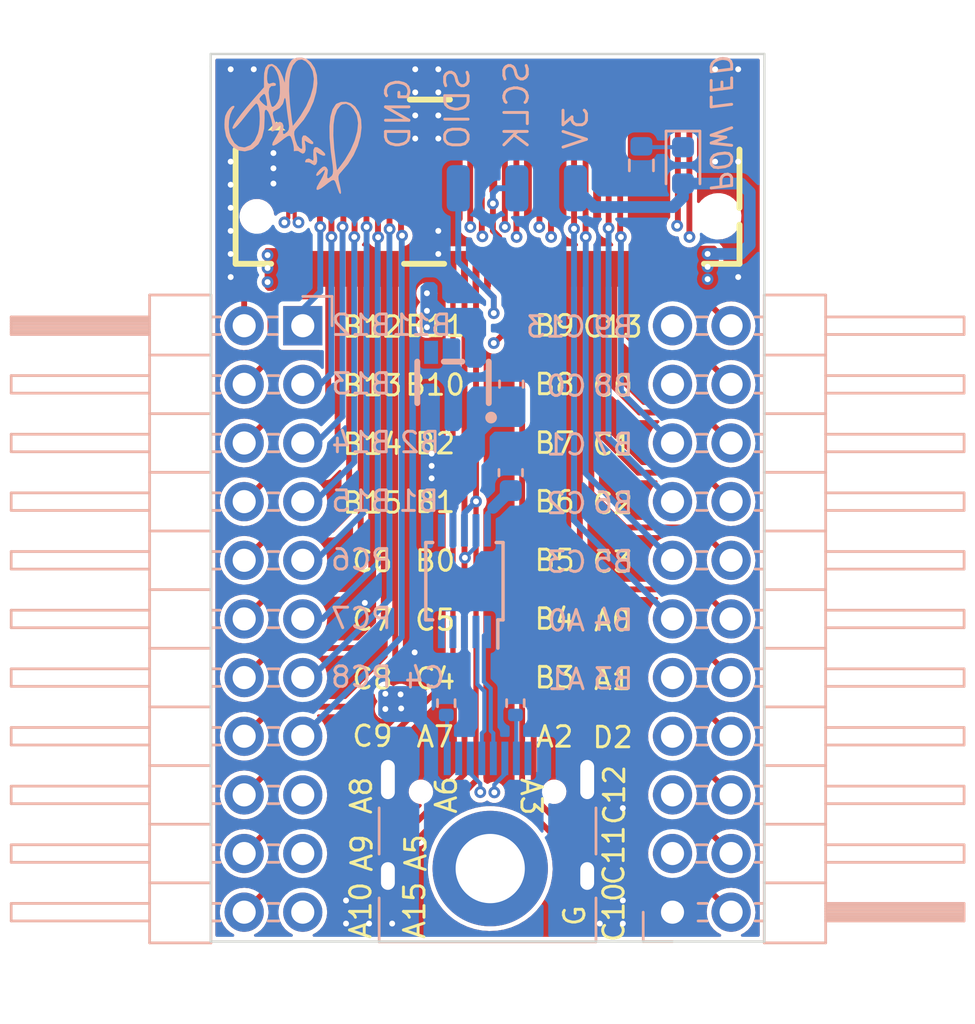
<source format=kicad_pcb>
(kicad_pcb (version 20211014) (generator pcbnew)
  (layers (0 "F.Cu" signal) (1 "In1.Cu" signal) (2 "In2.Cu" signal) (31 "B.Cu" signal) (34 "B.Paste" user) (35 "F.Paste" user) (36 "B.SilkS" user "底层丝印层") (37 "F.SilkS" user "顶层丝印层") (38 "B.Mask" user) (39 "F.Mask" user) (44 "Edge.Cuts" user))
  (net 0 "")
  (net 1 "Net-(C3-Pad2)")
  (net 2 "+3V3")
  (net 3 "/USB_D+")
  (net 4 "/USB_D-")
  (net 5 "/PB12")
  (net 6 "GND")
  (net 7 "/PB13")
  (net 8 "/PB11")
  (net 9 "/PB14")
  (net 10 "/PB10")
  (net 11 "/PB15")
  (net 12 "/PB2")
  (net 13 "/PC6")
  (net 14 "/PB1")
  (net 15 "/PC7")
  (net 16 "/PB0")
  (net 17 "/PC5")
  (net 18 "/PC8")
  (net 19 "/PC4")
  (net 20 "/PC9")
  (net 21 "/PA7")
  (net 22 "/PA8")
  (net 23 "/PA9")
  (net 24 "/PA6")
  (net 25 "/PA10")
  (net 26 "/PA5")
  (net 27 "/PA13{slash}SWDIO")
  (net 28 "/PA14{slash}SWCLK")
  (net 29 "/PA4")
  (net 30 "/PA15")
  (net 31 "/PA3")
  (net 32 "/PC10")
  (net 33 "/PC11")
  (net 34 "/PA2")
  (net 35 "/PC12")
  (net 36 "/PA1")
  (net 37 "/PD2")
  (net 38 "/PB3")
  (net 39 "/PA0")
  (net 40 "/PB4")
  (net 41 "/PC3")
  (net 42 "/PB5")
  (net 43 "/PB6")
  (net 44 "/PC2")
  (net 45 "/PB7")
  (net 46 "/PC1")
  (net 47 "/PB8")
  (net 48 "/PB9")
  (net 49 "/VBATIN")
  (net 50 "/PC0")
  (net 51 "/PC13")
  (net 52 "Net-(J3-PadA5)")
  (net 53 "/UD+")
  (net 54 "/UD-")
  (net 55 "Net-(J3-PadB5)")
  (net 62 "Net-(D1-Pad1)")
  (net 63 "VBUS")
  (footprint "kicad_lceda:CONN-SMD_APCI0108-P001A" (layer "F.Cu") (at 128.953062 55.981366)
    (fp_text reference "CN1" hide)
    (fp_text value "APCI0108-P001A" hide)
  )
  (footprint "LED_SMD:LED_0603_1608Metric" (layer "B.Cu") (at 137.425462 55.273966 -90)
    (fp_text reference "D1" hide)
    (fp_text value "LED" hide)
  )
  (footprint "Resistor_SMD:R_0402_1005Metric" (layer "B.Cu") (at 130.161062 78.565766 -90)
    (fp_text reference "R2" hide)
    (fp_text value "R" hide)
  )
  (footprint "Connector_Wire:SolderWirePad_1x01_SMD_1x2mm" (layer "B.Cu") (at 130.223061 56.264555)
    (fp_text reference "REF**1" hide)
    (fp_text value "SolderWirePad_1x01_SMD_1x2mm" hide)
  )
  (footprint "Resistor_SMD:R_0603_1608Metric" (layer "B.Cu") (at 135.622061 55.273967 -90)
    (fp_text reference "R1" hide)
    (fp_text value "1K" hide)
  )
  (footprint "Package_SO:MSOP-10_3x3mm_P0.5mm" (layer "B.Cu") (at 127.951262 73.282566 90)
    (fp_text reference "U1" hide)
    (fp_text value "CH340E" hide)
  )
  (footprint "Capacitor_SMD:C_0603_1608Metric" (layer "B.Cu") (at 129.957862 68.583568 -90)
    (fp_text reference "C3" hide)
    (fp_text value "10UF" hide)
  )
  (footprint "Capacitor_SMD:C_0603_1608Metric" (layer "B.Cu") (at 129.983262 64.748168 -90)
    (fp_text reference "C1" hide)
    (fp_text value "100NF" hide)
  )
  (footprint "Connector_PinHeader_2.54mm:PinHeader_2x11_P2.54mm_Horizontal" (layer "B.Cu") (at 120.943062 62.218366 180)
    (fp_text reference "J4" hide)
    (fp_text value "Conn_02x11_Top_Bottom" hide)
  )
  (footprint "kicad_lceda:SOT-23-5_L3.0-W1.7-P0.95-LS2.8-BR" (layer "B.Cu") (at 127.45596 64.671968 -90)
    (fp_text reference "U2" hide)
    (fp_text value "ME6217C33M5G" hide)
  )
  (footprint "Connector_Wire:SolderWirePad_1x01_SMD_1x2mm" (layer "B.Cu") (at 125.14306 56.264554)
    (fp_text reference "REF**3" hide)
    (fp_text value "SolderWirePad_1x01_SMD_1x2mm" hide)
  )
  (footprint "LOGO" (layer "B.Cu") (at 120.855836 54.149092 -45)
    (fp_text reference "G***" hide)
    (fp_text value "LOGO" hide)
  )
  (footprint "Connector_USB:USB_C_Receptacle_HRO_TYPE-C-31-M-12" (layer "B.Cu") (at 128.953062 85.002166 180)
    (fp_text reference "J3" hide)
    (fp_text value "USB_C_Receptacle_USB2.0" hide)
  )
  (footprint "Resistor_SMD:R_0402_1005Metric" (layer "B.Cu") (at 127.163861 78.565767 -90)
    (fp_text reference "R3" hide)
    (fp_text value "R" hide)
  )
  (footprint "Connector_PinHeader_2.54mm:PinHeader_2x11_P2.54mm_Horizontal" (layer "B.Cu") (at 136.970462 87.618368)
    (fp_text reference "J2" hide)
    (fp_text value "Conn_02x11_Top_Bottom" hide)
  )
  (footprint "Connector_Wire:SolderWirePad_1x01_SMD_1x2mm" (layer "B.Cu") (at 127.683063 56.264556)
    (fp_text reference "REF**2" hide)
    (fp_text value "SolderWirePad_1x01_SMD_1x2mm" hide)
  )
  (footprint "Connector_Wire:SolderWirePad_1x01_SMD_1x2mm" (layer "B.Cu") (at 132.763063 56.264555)
    (fp_text reference "REF**" hide)
    (fp_text value "SolderWirePad_1x01_SMD_1x2mm" hide)
  )
  (gr_line (start 140.953062 85.967368) (end 140.953062 80.981366) (layer "Edge.Cuts") (width 0.1))
  (gr_line (start 140.953062 50.447967) (end 116.953062 50.447967) (layer "Edge.Cuts") (width 0.1))
  (gr_line (start 116.95306 80.981366) (end 116.953061 85.967367) (layer "Edge.Cuts") (width 0.1))
  (gr_line (start 116.953062 50.981366) (end 116.953062 50.447967) (layer "Edge.Cuts") (width 0.1))
  (gr_line (start 140.953062 50.981368) (end 140.953062 50.447967) (layer "Edge.Cuts") (width 0.1))
  (gr_line (start 116.953063 88.888367) (end 140.953062 88.888367) (layer "Edge.Cuts") (width 0.1))
  (gr_line (start 116.953061 85.967367) (end 116.953063 88.888367) (layer "Edge.Cuts") (width 0.1))
  (gr_line (start 140.953062 50.981368) (end 140.953062 80.981366) (layer "Edge.Cuts") (width 0.1))
  (gr_line (start 140.953062 85.967368) (end 140.953062 88.888367) (layer "Edge.Cuts") (width 0.1))
  (gr_line (start 116.95306 80.981366) (end 116.953062 50.981366) (layer "Edge.Cuts") (width 0.1))
  (gr_text "C13\n" (at 131.913671 62.269167) (layer "B.SilkS") (effects (font (size 0.889 0.889) (thickness 0.127)) (justify mirror)))
  (gr_text "A1" (at 132.370863 77.534567) (layer "B.SilkS") (effects (font (size 0.889 0.889) (thickness 0.127)) (justify mirror)))
  (gr_text "B3" (at 134.402863 77.509167) (layer "B.SilkS") (effects (font (size 0.889 0.889) (thickness 0.127)) (justify mirror)))
  (gr_text "B11" (at 126.097063 62.192967) (layer "B.SilkS") (effects (font (size 0.889 0.889) (thickness 0.127)) (justify mirror)))
  (gr_text "B7" (at 134.402863 67.349167) (layer "B.SilkS") (effects (font (size 0.889 0.889) (thickness 0.127)) (justify mirror)))
  (gr_text "B14" (at 123.480855 67.272967) (layer "B.SilkS") (effects (font (size 0.889 0.889) (thickness 0.127)) (justify mirror)))
  (gr_text "C2" (at 132.370863 69.914567) (layer "B.SilkS") (effects (font (size 0.889 0.889) (thickness 0.127)) (justify mirror)))
  (gr_text "PC8" (at 123.480855 77.432967) (layer "B.SilkS") (effects (font (size 0.889 0.889) (thickness 0.127)) (justify mirror)))
  (gr_text "SDIO" (at 127.646457 52.8119 90) (layer "B.SilkS") (effects (font (size 1.016 1.016) (thickness 0.127)) (justify mirror)))
  (gr_text "PC7" (at 123.480855 74.892967) (layer "B.SilkS") (effects (font (size 0.889 0.889) (thickness 0.127)) (justify mirror)))
  (gr_text "A0" (at 132.370863 74.994567) (layer "B.SilkS") (effects (font (size 0.889 0.889) (thickness 0.127)) (justify mirror)))
  (gr_text "B15" (at 123.480855 69.812967) (layer "B.SilkS") (effects (font (size 0.889 0.889) (thickness 0.127)) (justify mirror)))
  (gr_text "B9" (at 134.402863 62.269167) (layer "B.SilkS") (effects (font (size 0.889 0.889) (thickness 0.127)) (justify mirror)))
  (gr_text "3V" (at 132.777263 53.658567 90) (layer "B.SilkS") (effects (font (size 1.016 1.016) (thickness 0.127)) (justify mirror)))
  (gr_text "B12" (at 123.480855 62.192967) (layer "B.SilkS") (effects (font (size 0.889 0.889) (thickness 0.127)) (justify mirror)))
  (gr_text "B8" (at 134.402863 64.809167) (layer "B.SilkS") (effects (font (size 0.889 0.889) (thickness 0.127)) (justify mirror)))
  (gr_text "C1" (at 132.370863 67.374567) (layer "B.SilkS") (effects (font (size 0.889 0.889) (thickness 0.127)) (justify mirror)))
  (gr_text "C4" (at 126.224055 77.458367) (layer "B.SilkS") (effects (font (size 0.889 0.889) (thickness 0.127)) (justify mirror)))
  (gr_text "B5" (at 134.402863 72.429167) (layer "B.SilkS") (effects (font (size 0.889 0.889) (thickness 0.127)) (justify mirror)))
  (gr_text "PC6" (at 123.480855 72.352967) (layer "B.SilkS") (effects (font (size 0.889 0.889) (thickness 0.127)) (justify mirror)))
  (gr_text "SCLK" (at 130.211859 52.666758 90) (layer "B.SilkS") (effects (font (size 1.016 1.016) (thickness 0.127)) (justify mirror)))
  (gr_text "C3" (at 132.370863 72.454567) (layer "B.SilkS") (effects (font (size 0.889 0.889) (thickness 0.127)) (justify mirror)))
  (gr_text "B2" (at 126.020855 67.272967) (layer "B.SilkS") (effects (font (size 0.889 0.889) (thickness 0.127)) (justify mirror)))
  (gr_text "B1" (at 125.970063 69.812967) (layer "B.SilkS") (effects (font (size 0.889 0.889) (thickness 0.127)) (justify mirror)))
  (gr_text "POW LED" (at 139.051062 53.495967 270) (layer "B.SilkS") (effects (font (size 0.889 0.889) (thickness 0.127) italic) (justify mirror)))
  (gr_text "GND" (at 125.081055 53.029615 90) (layer "B.SilkS") (effects (font (size 1.016 1.016) (thickness 0.127)) (justify mirror)))
  (gr_text "B6" (at 134.402863 69.889167) (layer "B.SilkS") (effects (font (size 0.889 0.889) (thickness 0.127)) (justify mirror)))
  (gr_text "B13" (at 123.480855 64.732967) (layer "B.SilkS") (effects (font (size 0.889 0.889) (thickness 0.127)) (justify mirror)))
  (gr_text "C0" (at 132.370863 64.834567) (layer "B.SilkS") (effects (font (size 0.889 0.889) (thickness 0.127)) (justify mirror)))
  (gr_text "B4" (at 134.402863 74.969167) (layer "B.SilkS") (effects (font (size 0.889 0.889) (thickness 0.127)) (justify mirror)))
  (gr_text "C10" (at 134.428263 87.618367 90) (layer "F.SilkS") (effects (font (size 0.889 0.889) (thickness 0.127))))
  (gr_text "B6" (at 131.862863 69.838367) (layer "F.SilkS") (effects (font (size 0.889 0.889) (thickness 0.127))))
  (gr_text "C3" (at 134.377463 72.454567) (layer "F.SilkS") (effects (font (size 0.889 0.889) (thickness 0.127))))
  (gr_text "D2" (at 134.377463 80.049167) (layer "F.SilkS") (effects (font (size 0.889 0.889) (thickness 0.127))))
  (gr_text "B12" (at 123.963463 62.269167) (layer "F.SilkS") (effects (font (size 0.889 0.889) (thickness 0.127))))
  (gr_text "B13" (at 123.963463 64.809167) (layer "F.SilkS") (effects (font (size 0.889 0.889) (thickness 0.127))))
  (gr_text "B4" (at 131.862863 74.918367) (layer "F.SilkS") (effects (font (size 0.889 0.889) (thickness 0.127))))
  (gr_text "A5" (at 125.843055 85.052967 90) (layer "F.SilkS") (effects (font (size 0.889 0.889) (thickness 0.127))))
  (gr_text "B8" (at 131.862863 64.758367) (layer "F.SilkS") (effects (font (size 0.889 0.889) (thickness 0.127))))
  (gr_text "B14" (at 123.963463 67.349167) (layer "F.SilkS") (effects (font (size 0.889 0.889) (thickness 0.127))))
  (gr_text "C1" (at 134.377463 67.374567) (layer "F.SilkS") (effects (font (size 0.889 0.889) (thickness 0.127))))
  (gr_text "B3" (at 131.862863 77.458367) (layer "F.SilkS") (effects (font (size 0.889 0.889) (thickness 0.127))))
  (gr_text "B7" (at 131.862863 67.298367) (layer "F.SilkS") (effects (font (size 0.889 0.889) (thickness 0.127))))
  (gr_text "A0" (at 134.377463 74.994567) (layer "F.SilkS") (effects (font (size 0.889 0.889) (thickness 0.127))))
  (gr_text "A6" (at 127.163863 82.538367 90) (layer "F.SilkS") (effects (font (size 0.889 0.889) (thickness 0.127))))
  (gr_text "B2" (at 126.681263 67.323767) (layer "F.SilkS") (effects (font (size 0.889 0.889) (thickness 0.127))))
  (gr_text "B10" (at 126.681263 64.783767) (layer "F.SilkS") (effects (font (size 0.889 0.889) (thickness 0.127))))
  (gr_text "C9\n\n" (at 123.963463 80.709567) (layer "F.SilkS") (effects (font (size 0.889 0.889) (thickness 0.127))))
  (gr_text "A7" (at 126.681263 80.023767) (layer "F.SilkS") (effects (font (size 0.889 0.889) (thickness 0.127))))
  (gr_text "B1" (at 126.681263 69.863767) (layer "F.SilkS") (effects (font (size 0.889 0.889) (thickness 0.127))))
  (gr_text "A1" (at 134.377463 77.534567) (layer "F.SilkS") (effects (font (size 0.889 0.889) (thickness 0.127))))
  (gr_text "C7" (at 123.963463 74.969167) (layer "F.SilkS") (effects (font (size 0.889 0.889) (thickness 0.127))))
  (gr_text "A8" (at 123.480863 82.563767 90) (layer "F.SilkS") (effects (font (size 0.889 0.889) (thickness 0.127))))
  (gr_text "C2" (at 134.377463 69.914567) (layer "F.SilkS") (effects (font (size 0.889 0.889) (thickness 0.127))))
  (gr_text "A10" (at 123.455463 87.542167 90) (layer "F.SilkS") (effects (font (size 0.889 0.889) (thickness 0.127))))
  (gr_text "A3" (at 130.846863 82.614567 270) (layer "F.SilkS") (effects (font (size 0.889 0.889) (thickness 0.127))))
  (gr_text "A15" (at 125.792255 87.542167 90) (layer "F.SilkS") (effects (font (size 0.889 0.889) (thickness 0.127))))
  (gr_text "A2" (at 131.862863 80.023767) (layer "F.SilkS") (effects (font (size 0.889 0.889) (thickness 0.127))))
  (gr_text "C8" (at 123.963463 77.509167) (layer "F.SilkS") (effects (font (size 0.889 0.889) (thickness 0.127))))
  (gr_text "C12" (at 134.453663 82.538367 90) (layer "F.SilkS") (effects (font (size 0.889 0.889) (thickness 0.127))))
  (gr_text "A9" (at 123.506263 85.052967 90) (layer "F.SilkS") (effects (font (size 0.889 0.889) (thickness 0.127))))
  (gr_text "C6" (at 123.963463 72.429167) (layer "F.SilkS") (effects (font (size 0.889 0.889) (thickness 0.127))))
  (gr_text "C4" (at 126.681263 77.509167) (layer "F.SilkS") (effects (font (size 0.889 0.889) (thickness 0.127))))
  (gr_text "B0" (at 126.681263 72.403767) (layer "F.SilkS") (effects (font (size 0.889 0.889) (thickness 0.127))))
  (gr_text "C11" (at 134.428263 85.154567 90) (layer "F.SilkS") (effects (font (size 0.889 0.889) (thickness 0.127))))
  (gr_text "G" (at 132.726463 87.770767 90) (layer "F.SilkS") (effects (font (size 0.889 0.889) (thickness 0.127))))
  (gr_text "B11" (at 126.681263 62.243767) (layer "F.SilkS") (effects (font (size 0.889 0.889) (thickness 0.127))))
  (gr_text "C13\n" (at 134.377463 62.269167) (layer "F.SilkS") (effects (font (size 0.889 0.889) (thickness 0.127))))
  (gr_text "C0" (at 134.377463 64.834567) (layer "F.SilkS") (effects (font (size 0.889 0.889) (thickness 0.127))))
  (gr_text "B9" (at 131.862863 62.218367) (layer "F.SilkS") (effects (font (size 0.889 0.889) (thickness 0.127))))
  (gr_text "C5" (at 126.681263 74.969167) (layer "F.SilkS") (effects (font (size 0.889 0.889) (thickness 0.127))))
  (gr_text "B5" (at 131.862863 72.378367) (layer "F.SilkS") (effects (font (size 0.889 0.889) (thickness 0.127))))
  (gr_text "B15" (at 123.963463 69.889167) (layer "F.SilkS") (effects (font (size 0.889 0.889) (thickness 0.127))))
  (via (at 129.068861 85.728567) (size 5) (drill 3) (layers "F.Cu" "B.Cu") (net 0))
  (segment (start 129.868662 69.434766) (end 129.957862 69.434767) (width 0.508) (layer "B.Cu") (net 1))
  (segment (start 129.195862 70.107566) (end 129.868662 69.434766) (width 0.508) (layer "B.Cu") (net 1))
  (segment (start 128.951262 71.082567) (end 128.95126 70.352166) (width 0.2032) (layer "B.Cu") (net 1))
  (segment (start 128.95126 70.352166) (end 129.195862 70.107566) (width 0.2032) (layer "B.Cu") (net 1))
  (via (at 138.492262 59.668166) (size 0.508) (drill 0.254) (layers "F.Cu" "B.Cu") (net 2))
  (via (at 126.325662 60.811167) (size 0.508) (drill 0.254) (layers "F.Cu" "B.Cu") (net 2))
  (via (at 138.492262 60.201566) (size 0.508) (drill 0.254) (layers "F.Cu" "B.Cu") (net 2))
  (via (at 119.416862 60.328566) (size 0.508) (drill 0.254) (layers "F.Cu" "B.Cu") (net 2))
  (via (at 126.32566 61.573166) (size 0.508) (drill 0.254) (layers "F.Cu" "B.Cu") (net 2))
  (via (at 119.41686 59.160166) (size 0.508) (drill 0.254) (layers "F.Cu" "B.Cu") (net 2))
  (via (at 119.416863 59.718967) (size 0.508) (drill 0.254) (layers "F.Cu" "B.Cu") (net 2))
  (via (at 126.325662 62.284366) (size 0.508) (drill 0.254) (layers "F.Cu" "B.Cu") (net 2))
  (via (at 138.492262 59.109366) (size 0.508) (drill 0.254) (layers "F.Cu" "B.Cu") (net 2))
  (segment (start 140.320797 58.704342) (end 140.320797 56.442101) (width 0.508) (layer "B.Cu") (net 2))
  (segment (start 139.915771 59.109366) (end 140.320797 58.704342) (width 0.508) (layer "B.Cu") (net 2))
  (segment (start 133.575853 57.077366) (end 132.763053 56.264566) (width 0.508) (layer "B.Cu") (net 2))
  (segment (start 136.993662 57.077366) (end 133.575853 57.077366) (width 0.508) (layer "B.Cu") (net 2))
  (segment (start 137.42546 56.061468) (end 137.425461 56.645567) (width 0.508) (layer "B.Cu") (net 2))
  (segment (start 138.492262 59.109366) (end 139.915771 59.109366) (width 0.508) (layer "B.Cu") (net 2))
  (segment (start 139.940162 56.061466) (end 137.42546 56.061468) (width 0.508) (layer "B.Cu") (net 2))
  (segment (start 140.320797 56.442101) (end 139.940162 56.061466) (width 0.508) (layer "B.Cu") (net 2))
  (segment (start 137.425461 56.645567) (end 136.993662 57.077366) (width 0.508) (layer "B.Cu") (net 2))
  (segment (start 120.313362 53.479367) (end 120.313362 57.542066) (width 0.1778) (layer "F.Cu") (net 3))
  (segment (start 120.313362 57.542066) (end 120.147866 57.707563) (width 0.1778) (layer "F.Cu") (net 3))
  (segment (start 120.202962 52.206467) (end 120.202961 53.368968) (width 0.1778) (layer "F.Cu") (net 3))
  (segment (start 120.147866 57.707563) (end 120.147864 57.744872) (width 0.1778) (layer "F.Cu") (net 3))
  (segment (start 120.202961 53.368968) (end 120.313362 53.479367) (width 0.1778) (layer "F.Cu") (net 3))
  (via (at 128.638497 82.41818) (size 0.508) (drill 0.254) (layers "F.Cu" "B.Cu") (net 3))
  (via (at 120.147864 57.744872) (size 0.508) (drill 0.254) (layers "F.Cu" "B.Cu") (net 3))
  (segment (start 128.638497 82.41818) (end 128.638497 82.047002) (width 0.1778) (layer "B.Cu") (net 3))
  (segment (start 128.203062 81.611566) (end 128.203062 80.957167) (width 0.1778) (layer "B.Cu") (net 3))
  (segment (start 128.638497 82.047002) (end 128.203062 81.611566) (width 0.1778) (layer "B.Cu") (net 3))
  (segment (start 120.592762 53.479367) (end 120.592761 57.580169) (width 0.1778) (layer "F.Cu") (net 4))
  (segment (start 120.703161 52.206467) (end 120.703161 53.368968) (width 0.1778) (layer "F.Cu") (net 4))
  (segment (start 120.592761 57.580169) (end 120.757465 57.744872) (width 0.1778) (layer "F.Cu") (net 4))
  (segment (start 120.703161 53.368968) (end 120.592762 53.479367) (width 0.1778) (layer "F.Cu") (net 4))
  (via (at 129.247469 82.430792) (size 0.508) (drill 0.254) (layers "F.Cu" "B.Cu") (net 4))
  (via (at 120.757465 57.744872) (size 0.508) (drill 0.254) (layers "F.Cu" "B.Cu") (net 4))
  (segment (start 129.247469 82.430792) (end 129.24747 82.09556) (width 0.1778) (layer "B.Cu") (net 4))
  (segment (start 129.24747 82.09556) (end 129.703061 81.639966) (width 0.1778) (layer "B.Cu") (net 4))
  (segment (start 129.703061 81.639966) (end 129.703061 80.957166) (width 0.1778) (layer "B.Cu") (net 4))
  (segment (start 120.953062 59.756366) (end 120.953062 58.725366) (width 0.254) (layer "F.Cu") (net 5))
  (segment (start 120.953062 58.725366) (end 120.752862 58.525166) (width 0.254) (layer "F.Cu") (net 5))
  (segment (start 118.604062 58.525166) (end 118.403062 58.726166) (width 0.254) (layer "F.Cu") (net 5))
  (segment (start 118.403062 58.726166) (end 118.403061 62.218366) (width 0.254) (layer "F.Cu") (net 5))
  (segment (start 120.752862 58.525166) (end 118.604062 58.525166) (width 0.254) (layer "F.Cu") (net 5))
  (via (at 119.670862 56.061366) (size 0.508) (drill 0.254) (layers "F.Cu" "B.Cu") (net 6))
  (via (at 138.818062 55.111167) (size 0.508) (drill 0.254) (layers "F.Cu" "B.Cu") (net 6))
  (via (at 117.818062 60.111167) (size 0.508) (drill 0.254) (layers "F.Cu" "B.Cu") (net 6))
  (via (at 126.818062 58.111167) (size 0.508) (drill 0.254) (layers "F.Cu" "B.Cu") (net 6))
  (via (at 133.818062 88.111167) (size 0.508) (drill 0.254) (layers "F.Cu" "B.Cu") (net 6))
  (via (at 126.818062 53.111167) (size 0.508) (drill 0.254) (layers "F.Cu" "B.Cu") (net 6))
  (via (at 134.818062 83.111167) (size 0.508) (drill 0.254) (layers "F.Cu" "B.Cu") (net 6))
  (via (at 139.818062 51.111167) (size 0.508) (drill 0.254) (layers "F.Cu" "B.Cu") (net 6))
  (via (at 134.818062 88.111167) (size 0.508) (drill 0.254) (layers "F.Cu" "B.Cu") (net 6))
  (via (at 124.818062 88.111167) (size 0.508) (drill 0.254) (layers "F.Cu" "B.Cu") (net 6))
  (via (at 117.818062 57.111167) (size 0.508) (drill 0.254) (layers "F.Cu" "B.Cu") (net 6))
  (via (at 125.818062 54.111167) (size 0.508) (drill 0.254) (layers "F.Cu" "B.Cu") (net 6))
  (via (at 139.818062 60.111167) (size 0.508) (drill 0.254) (layers "F.Cu" "B.Cu") (net 6))
  (via (at 123.818062 88.111167) (size 0.508) (drill 0.254) (layers "F.Cu" "B.Cu") (net 6))
  (via (at 122.818062 88.111167) (size 0.508) (drill 0.254) (layers "F.Cu" "B.Cu") (net 6))
  (via (at 119.67086 54.740567) (size 0.508) (drill 0.254) (layers "F.Cu" "B.Cu") (net 6))
  (via (at 139.818062 55.111167) (size 0.508) (drill 0.254) (layers "F.Cu" "B.Cu") (net 6))
  (via (at 126.818062 52.111167) (size 0.508) (drill 0.254) (layers "F.Cu" "B.Cu") (net 6))
  (via (at 126.818062 59.111167) (size 0.508) (drill 0.254) (layers "F.Cu" "B.Cu") (net 6))
  (via (at 117.818062 51.111167) (size 0.508) (drill 0.254) (layers "F.Cu" "B.Cu") (net 6))
  (via (at 125.792263 76.366167) (size 0.508) (drill 0.254) (layers "F.Cu" "B.Cu") (net 6))
  (via (at 117.818062 55.111167) (size 0.508) (drill 0.254) (layers "F.Cu" "B.Cu") (net 6))
  (via (at 117.818062 59.111167) (size 0.508) (drill 0.254) (layers "F.Cu" "B.Cu") (net 6))
  (via (at 134.818062 87.111167) (size 0.508) (drill 0.254) (layers "F.Cu" "B.Cu") (net 6))
  (via (at 117.818062 56.111167) (size 0.508) (drill 0.254) (layers "F.Cu" "B.Cu") (net 6))
  (via (at 123.633263 74.222367) (size 0.508) (drill 0.254) (layers "F.Cu" "B.Cu") (net 6))
  (via (at 117.818062 58.111167) (size 0.508) (drill 0.254) (layers "F.Cu" "B.Cu") (net 6))
  (via (at 125.818062 53.111167) (size 0.508) (drill 0.254) (layers "F.Cu" "B.Cu") (net 6))
  (via (at 126.818062 54.111167) (size 0.508) (drill 0.254) (layers "F.Cu" "B.Cu") (net 6))
  (via (at 126.818062 51.111167) (size 0.508) (drill 0.254) (layers "F.Cu" "B.Cu") (net 6))
  (via (at 138.818062 51.111167) (size 0.508) (drill 0.254) (layers "F.Cu" "B.Cu") (net 6))
  (via (at 125.818062 51.111167) (size 0.508) (drill 0.254) (layers "F.Cu" "B.Cu") (net 6))
  (via (at 118.818062 51.111167) (size 0.508) (drill 0.254) (layers "F.Cu" "B.Cu") (net 6))
  (via (at 119.67086 55.400968) (size 0.508) (drill 0.254) (layers "F.Cu" "B.Cu") (net 6))
  (via (at 122.818062 87.111167) (size 0.508) (drill 0.254) (layers "F.Cu" "B.Cu") (net 6))
  (via (at 125.818062 52.111167) (size 0.508) (drill 0.254) (layers "F.Cu" "B.Cu") (net 6))
  (segment (start 136.597462 87.618366) (end 136.970462 87.618368) (width 0.254) (layer "B.Cu") (net 6))
  (segment (start 119.543862 61.278566) (end 119.543862 63.617567) (width 0.254) (layer "F.Cu") (net 7))
  (segment (start 119.543862 63.617567) (end 118.40306 64.758368) (width 0.254) (layer "F.Cu") (net 7))
  (segment (start 121.453162 59.756366) (end 121.45316 60.688288) (width 0.254) (layer "F.Cu") (net 7))
  (segment (start 121.45316 60.688288) (end 121.193084 60.948366) (width 0.254) (layer "F.Cu") (net 7))
  (segment (start 119.874061 60.948367) (end 119.543862 61.278566) (width 0.254) (layer "F.Cu") (net 7))
  (segment (start 121.193084 60.948366) (end 119.874061 60.948367) (width 0.254) (layer "F.Cu") (net 7))
  (segment (start 121.686692 57.924796) (end 121.686692 52.222936) (width 0.254) (layer "F.Cu") (net 8))
  (segment (start 121.686692 52.222936) (end 121.703162 52.206466) (width 0.254) (layer "F.Cu") (net 8))
  (via (at 121.702861 57.940967) (size 0.508) (drill 0.254) (layers "F.Cu" "B.Cu") (net 8))
  (segment (start 121.702861 60.745167) (end 120.943062 61.504966) (width 0.254) (layer "B.Cu") (net 8))
  (segment (start 120.943062 61.504966) (end 120.943062 62.218366) (width 0.254) (layer "B.Cu") (net 8))
  (segment (start 121.702861 57.940967) (end 121.702861 60.745167) (width 0.254) (layer "B.Cu") (net 8))
  (segment (start 121.550463 66.104567) (end 119.594662 66.104567) (width 0.254) (layer "F.Cu") (net 9))
  (segment (start 119.594662 66.106766) (end 118.403061 67.298367) (width 0.254) (layer "F.Cu") (net 9))
  (segment (start 121.953061 59.756366) (end 122.046573 59.849878) (width 0.254) (layer "F.Cu") (net 9))
  (segment (start 122.046574 65.608456) (end 121.550463 66.104567) (width 0.254) (layer "F.Cu") (net 9))
  (segment (start 122.046573 59.849878) (end 122.046574 65.608456) (width 0.254) (layer "F.Cu") (net 9))
  (segment (start 119.594662 66.104567) (end 119.594662 66.106766) (width 0.254) (layer "F.Cu") (net 9))
  (segment (start 122.185949 58.372278) (end 122.18546 58.372766) (width 0.254) (layer "F.Cu") (net 10))
  (segment (start 122.185951 52.223477) (end 122.185949 58.372278) (width 0.254) (layer "F.Cu") (net 10))
  (segment (start 122.202962 52.206466) (end 122.185951 52.223477) (width 0.254) (layer "F.Cu") (net 10))
  (via (at 122.18546 58.372766) (size 0.508) (drill 0.254) (layers "F.Cu" "B.Cu") (net 10))
  (segment (start 122.18546 58.372766) (end 122.185461 64.275766) (width 0.254) (layer "B.Cu") (net 10))
  (segment (start 122.185461 64.275766) (end 121.70286 64.758368) (width 0.254) (layer "B.Cu") (net 10))
  (segment (start 121.70286 64.758368) (end 120.943061 64.758367) (width 0.254) (layer "B.Cu") (net 10))
  (segment (start 122.453162 59.756366) (end 122.453161 68.072067) (width 0.254) (layer "F.Cu") (net 11))
  (segment (start 121.956861 68.568366) (end 119.673062 68.568366) (width 0.254) (layer "F.Cu") (net 11))
  (segment (start 122.453161 68.072067) (end 121.956861 68.568366) (width 0.254) (layer "F.Cu") (net 11))
  (segment (start 119.673062 68.568366) (end 118.403062 69.838366) (width 0.254) (layer "F.Cu") (net 11))
  (segment (start 122.703162 52.206466) (end 122.70316 57.905866) (width 0.254) (layer "F.Cu") (net 12))
  (segment (start 122.70316 57.905866) (end 122.668062 57.940968) (width 0.254) (layer "F.Cu") (net 12))
  (via (at 122.668062 57.940968) (size 0.508) (drill 0.254) (layers "F.Cu" "B.Cu") (net 12))
  (segment (start 121.514863 67.298366) (end 120.943061 67.298367) (width 0.254) (layer "B.Cu") (net 12))
  (segment (start 122.668297 66.144932) (end 121.514863 67.298366) (width 0.254) (layer "B.Cu") (net 12))
  (segment (start 122.668062 57.940968) (end 122.667571 57.941455) (width 0.254) (layer "B.Cu") (net 12))
  (segment (start 122.667572 66.144208) (end 122.668297 66.144932) (width 0.254) (layer "B.Cu") (net 12))
  (segment (start 122.667571 57.941455) (end 122.667572 66.144208) (width 0.254) (layer "B.Cu") (net 12))
  (segment (start 122.95306 59.756367) (end 122.953062 70.315366) (width 0.254) (layer "F.Cu") (net 13))
  (segment (start 122.953062 70.315366) (end 122.210861 71.057567) (width 0.254) (layer "F.Cu") (net 13))
  (segment (start 122.210861 71.057567) (end 119.723861 71.057566) (width 0.254) (layer "F.Cu") (net 13))
  (segment (start 119.723861 71.057566) (end 118.403062 72.378366) (width 0.254) (layer "F.Cu") (net 13))
  (segment (start 123.187951 58.360877) (end 123.17606 58.372766) (width 0.254) (layer "F.Cu") (net 14))
  (segment (start 123.187951 52.221477) (end 123.187951 58.360877) (width 0.254) (layer "F.Cu") (net 14))
  (segment (start 123.202962 52.206466) (end 123.187951 52.221477) (width 0.254) (layer "F.Cu") (net 14))
  (via (at 123.17606 58.372766) (size 0.508) (drill 0.254) (layers "F.Cu" "B.Cu") (net 14))
  (segment (start 123.17606 58.372766) (end 123.176062 68.126367) (width 0.254) (layer "B.Cu") (net 14))
  (segment (start 121.464063 69.838367) (end 120.94306 69.838366) (width 0.254) (layer "B.Cu") (net 14))
  (segment (start 123.176062 68.126367) (end 121.464063 69.838367) (width 0.254) (layer "B.Cu") (net 14))
  (segment (start 123.453161 72.914066) (end 122.744261 73.622966) (width 0.254) (layer "F.Cu") (net 15))
  (segment (start 123.453162 59.756367) (end 123.453161 72.914066) (width 0.254) (layer "F.Cu") (net 15))
  (segment (start 122.744261 73.622966) (end 119.698461 73.622966) (width 0.254) (layer "F.Cu") (net 15))
  (segment (start 119.698461 73.622966) (end 118.403062 74.918367) (width 0.254) (layer "F.Cu") (net 15))
  (segment (start 123.703062 52.206468) (end 123.703061 57.934567) (width 0.254) (layer "F.Cu") (net 16))
  (segment (start 123.703061 57.934567) (end 123.709462 57.940968) (width 0.254) (layer "F.Cu") (net 16))
  (via (at 123.709462 57.940968) (size 0.508) (drill 0.254) (layers "F.Cu" "B.Cu") (net 16))
  (segment (start 121.514862 72.378367) (end 120.943063 72.378367) (width 0.254) (layer "B.Cu") (net 16))
  (segment (start 123.709462 57.940968) (end 123.709462 70.183767) (width 0.254) (layer "B.Cu") (net 16))
  (segment (start 123.709462 70.183767) (end 121.514862 72.378367) (width 0.254) (layer "B.Cu") (net 16))
  (segment (start 124.209695 58.385595) (end 124.202961 58.378859) (width 0.1778) (layer "F.Cu") (net 17))
  (segment (start 124.202961 58.378859) (end 124.202962 52.206467) (width 0.254) (layer "F.Cu") (net 17))
  (via (at 124.209695 58.385595) (size 0.508) (drill 0.254) (layers "F.Cu" "B.Cu") (net 17))
  (segment (start 124.209695 58.385595) (end 124.192061 58.403228) (width 0.254) (layer "B.Cu") (net 17))
  (segment (start 121.794262 74.918366) (end 120.943062 74.918366) (width 0.254) (layer "B.Cu") (net 17))
  (segment (start 124.19206 72.520567) (end 121.794262 74.918366) (width 0.254) (layer "B.Cu") (net 17))
  (segment (start 124.192061 58.403228) (end 124.19206 72.520567) (width 0.254) (layer "B.Cu") (net 17))
  (segment (start 123.491063 76.178167) (end 124.453162 75.216067) (width 0.254) (layer "F.Cu") (net 18))
  (segment (start 119.683262 76.178167) (end 123.491063 76.178167) (width 0.254) (layer "F.Cu") (net 18))
  (segment (start 124.453162 75.216067) (end 124.45316 59.756366) (width 0.254) (layer "F.Cu") (net 18))
  (segment (start 118.403061 77.458367) (end 119.683262 76.178167) (width 0.254) (layer "F.Cu") (net 18))
  (segment (start 124.703061 58.029792) (end 124.703062 52.206466) (width 0.254) (layer "F.Cu") (net 19))
  (segment (start 124.706611 58.033342) (end 124.703061 58.029792) (width 0.254) (layer "F.Cu") (net 19))
  (via (at 124.706611 58.033342) (size 0.508) (drill 0.254) (layers "F.Cu" "B.Cu") (net 19))
  (segment (start 124.700063 74.069969) (end 121.311663 77.458367) (width 0.254) (layer "B.Cu") (net 19))
  (segment (start 121.286262 77.458367) (end 120.943062 77.458367) (width 0.254) (layer "B.Cu") (net 19))
  (segment (start 124.700063 58.039891) (end 124.700063 74.069969) (width 0.254) (layer "B.Cu") (net 19))
  (segment (start 121.311663 77.458367) (end 120.943062 77.458367) (width 0.254) (layer "B.Cu") (net 19))
  (segment (start 124.706611 58.033342) (end 124.700063 58.039891) (width 0.254) (layer "B.Cu") (net 19))
  (segment (start 124.953062 76.712567) (end 122.947462 78.718168) (width 0.254) (layer "F.Cu") (net 20))
  (segment (start 122.947462 78.718168) (end 119.683262 78.718168) (width 0.254) (layer "F.Cu") (net 20))
  (segment (start 119.683262 78.718168) (end 118.403062 79.998366) (width 0.254) (layer "F.Cu") (net 20))
  (segment (start 124.953062 59.756367) (end 124.953062 76.712567) (width 0.254) (layer "F.Cu") (net 20))
  (segment (start 125.202963 58.273072) (end 125.202963 52.206468) (width 0.254) (layer "F.Cu") (net 21))
  (segment (start 125.246066 58.316175) (end 125.202963 58.273072) (width 0.254) (layer "F.Cu") (net 21))
  (via (at 125.246066 58.316175) (size 0.508) (drill 0.254) (layers "F.Cu" "B.Cu") (net 21))
  (segment (start 125.246066 58.316175) (end 125.23346 58.328779) (width 0.254) (layer "B.Cu") (net 21))
  (segment (start 125.23346 58.328779) (end 125.23346 75.695566) (width 0.254) (layer "B.Cu") (net 21))
  (segment (start 120.943061 79.985967) (end 120.94306 79.998366) (width 0.254) (layer "B.Cu") (net 21))
  (segment (start 125.23346 75.695566) (end 120.943061 79.985967) (width 0.254) (layer "B.Cu") (net 21))
  (segment (start 119.698461 81.242966) (end 118.403062 82.538366) (width 0.254) (layer "F.Cu") (net 22))
  (segment (start 127.453161 59.75637) (end 127.453161 77.321461) (width 0.2286) (layer "F.Cu") (net 22))
  (segment (start 127.453162 77.321468) (end 123.531663 81.242967) (width 0.254) (layer "F.Cu") (net 22))
  (segment (start 123.531663 81.242967) (end 119.698461 81.242966) (width 0.254) (layer "F.Cu") (net 22))
  (segment (start 127.953062 81.637366) (end 125.792262 83.798167) (width 0.254) (layer "F.Cu") (net 23))
  (segment (start 119.683263 83.798167) (end 118.403061 85.078366) (width 0.254) (layer "F.Cu") (net 23))
  (segment (start 127.971063 72.266567) (end 127.953063 72.248567) (width 0.254) (layer "F.Cu") (net 23))
  (segment (start 127.953063 72.248567) (end 127.95306 59.756366) (width 0.254) (layer "F.Cu") (net 23))
  (segment (start 127.953063 72.284567) (end 127.953062 81.637366) (width 0.254) (layer "F.Cu") (net 23))
  (segment (start 127.971063 72.266567) (end 127.953063 72.284567) (width 0.254) (layer "F.Cu") (net 23))
  (segment (start 125.792262 83.798167) (end 119.683263 83.798167) (width 0.254) (layer "F.Cu") (net 23))
  (via (at 127.971063 72.266567) (size 0.508) (drill 0.254) (layers "F.Cu" "B.Cu") (net 23))
  (segment (start 127.971063 72.266567) (end 128.451262 71.786368) (width 0.1778) (layer "B.Cu") (net 23))
  (segment (start 128.451262 71.786368) (end 128.451263 71.082567) (width 0.1778) (layer "B.Cu") (net 23))
  (segment (start 128.20296 57.938666) (end 128.205262 57.940968) (width 0.254) (layer "F.Cu") (net 24))
  (segment (start 128.202962 52.206466) (end 128.20296 57.938666) (width 0.254) (layer "F.Cu") (net 24))
  (via (at 128.205262 57.940968) (size 0.508) (drill 0.254) (layers "F.Cu" "B.Cu") (net 24))
  (segment (start 122.200662 86.348366) (end 119.673062 86.348367) (width 0.254) (layer "F.Cu") (net 25))
  (segment (start 128.156387 82.221442) (end 125.94466 84.433168) (width 0.254) (layer "F.Cu") (net 25))
  (segment (start 128.453163 81.924667) (end 128.44176 81.936069) (width 0.254) (layer "F.Cu") (net 25))
  (segment (start 119.673062 86.348367) (end 118.40306 87.618368) (width 0.254) (layer "F.Cu") (net 25))
  (segment (start 128.453159 69.828156) (end 128.453159 81.924677) (width 0.2286) (layer "F.Cu") (net 25))
  (segment (start 128.453161 59.756366) (end 128.453162 69.828168) (width 0.254) (layer "F.Cu") (net 25))
  (segment (start 125.94466 84.433168) (end 124.115862 84.433167) (width 0.254) (layer "F.Cu") (net 25))
  (segment (start 124.115862 84.433167) (end 122.200662 86.348366) (width 0.254) (layer "F.Cu") (net 25))
  (segment (start 128.438801 81.936069) (end 128.156388 82.218482) (width 0.254) (layer "F.Cu") (net 25))
  (segment (start 128.44176 81.936069) (end 128.438801 81.936069) (width 0.254) (layer "F.Cu") (net 25))
  (segment (start 128.156388 82.218482) (end 128.156387 82.221442) (width 0.254) (layer "F.Cu") (net 25))
  (via (at 128.453162 69.828168) (size 0.508) (drill 0.254) (layers "F.Cu" "B.Cu") (net 25))
  (segment (start 127.951262 70.330067) (end 127.95126 71.082567) (width 0.254) (layer "B.Cu") (net 25))
  (segment (start 128.453162 69.828168) (end 127.951262 70.330067) (width 0.254) (layer "B.Cu") (net 25))
  (segment (start 128.703062 58.311766) (end 128.703062 52.206466) (width 0.254) (layer "F.Cu") (net 26))
  (segment (start 128.738662 58.347366) (end 128.703062 58.311766) (width 0.254) (layer "F.Cu") (net 26))
  (via (at 128.729423 58.347367) (size 0.508) (drill 0.254) (layers "F.Cu" "B.Cu") (net 26))
  (segment (start 128.953062 59.756366) (end 128.953061 60.720767) (width 0.254) (layer "F.Cu") (net 27))
  (segment (start 129.221751 60.989457) (end 129.221752 61.674769) (width 0.254) (layer "F.Cu") (net 27))
  (segment (start 128.953061 60.720767) (end 129.221751 60.989457) (width 0.254) (layer "F.Cu") (net 27))
  (via (at 129.221752 61.674769) (size 0.508) (drill 0.254) (layers "F.Cu" "B.Cu") (net 27))
  (segment (start 127.683052 59.450758) (end 127.683052 56.264566) (width 0.254) (layer "B.Cu") (net 27))
  (segment (start 129.221752 61.674769) (end 129.221751 60.989457) (width 0.254) (layer "B.Cu") (net 27))
  (segment (start 129.221751 60.989457) (end 127.683052 59.450758) (width 0.254) (layer "B.Cu") (net 27))
  (segment (start 129.185162 56.924967) (end 129.185162 58.104075) (width 0.254) (layer "F.Cu") (net 28))
  (segment (start 129.185162 58.104075) (end 129.453161 58.372075) (width 0.254) (layer "F.Cu") (net 28))
  (segment (start 129.453161 58.372075) (end 129.45316 59.756366) (width 0.254) (layer "F.Cu") (net 28))
  (via (at 129.185162 56.924967) (size 0.508) (drill 0.254) (layers "F.Cu" "B.Cu") (net 28))
  (segment (start 129.399063 56.264566) (end 130.223053 56.264566) (width 0.254) (layer "B.Cu") (net 28))
  (segment (start 129.185162 56.478466) (end 129.399063 56.264566) (width 0.254) (layer "B.Cu") (net 28))
  (segment (start 129.185162 56.924967) (end 129.185162 56.478466) (width 0.254) (layer "B.Cu") (net 28))
  (segment (start 129.703061 57.940167) (end 129.703861 57.940967) (width 0.254) (layer "F.Cu") (net 29))
  (segment (start 129.703061 52.206467) (end 129.703061 57.940167) (width 0.254) (layer "F.Cu") (net 29))
  (via (at 129.703861 57.940967) (size 0.508) (drill 0.254) (layers "F.Cu" "B.Cu") (net 29))
  (segment (start 129.953062 59.756366) (end 129.953061 62.263767) (width 0.254) (layer "F.Cu") (net 30))
  (segment (start 129.246662 62.970166) (end 129.221763 62.970167) (width 0.254) (layer "F.Cu") (net 30))
  (segment (start 129.953061 62.263767) (end 129.246662 62.970166) (width 0.254) (layer "F.Cu") (net 30))
  (via (at 129.221763 62.970167) (size 0.508) (drill 0.254) (layers "F.Cu" "B.Cu") (net 30))
  (segment (start 130.202962 58.338467) (end 130.202961 52.206467) (width 0.254) (layer "F.Cu") (net 31))
  (segment (start 130.211862 58.347367) (end 130.202962 58.338467) (width 0.254) (layer "F.Cu") (net 31))
  (via (at 130.211862 58.372766) (size 0.508) (drill 0.254) (layers "F.Cu" "B.Cu") (net 31))
  (segment (start 130.453162 82.929867) (end 132.068262 84.544966) (width 0.254) (layer "F.Cu") (net 32))
  (segment (start 138.230262 86.338166) (end 139.51046 87.618366) (width 0.254) (layer "F.Cu") (net 32))
  (segment (start 132.068262 84.544966) (end 134.19966 84.544968) (width 0.254) (layer "F.Cu") (net 32))
  (segment (start 130.453162 59.756367) (end 130.453162 82.929867) (width 0.254) (layer "F.Cu") (net 32))
  (segment (start 134.19966 84.544968) (end 135.992862 86.338168) (width 0.254) (layer "F.Cu") (net 32))
  (segment (start 135.992862 86.338168) (end 138.230262 86.338166) (width 0.254) (layer "F.Cu") (net 32))
  (segment (start 132.182861 83.874367) (end 138.306462 83.874368) (width 0.254) (layer "F.Cu") (net 33))
  (segment (start 138.306462 83.874368) (end 139.51046 85.078366) (width 0.254) (layer "F.Cu") (net 33))
  (segment (start 130.953061 59.756366) (end 130.953062 82.644566) (width 0.254) (layer "F.Cu") (net 33))
  (segment (start 130.953062 82.644566) (end 132.182861 83.874367) (width 0.254) (layer "F.Cu") (net 33))
  (segment (start 131.202962 57.933566) (end 131.19556 57.940967) (width 0.254) (layer "F.Cu") (net 34))
  (segment (start 131.202962 52.206466) (end 131.202962 57.933566) (width 0.254) (layer "F.Cu") (net 34))
  (via (at 131.19556 57.940967) (size 0.508) (drill 0.254) (layers "F.Cu" "B.Cu") (net 34))
  (segment (start 134.987063 81.293767) (end 138.265862 81.293767) (width 0.254) (layer "F.Cu") (net 35))
  (segment (start 131.453162 77.759866) (end 134.987063 81.293767) (width 0.254) (layer "F.Cu") (net 35))
  (segment (start 131.453162 59.756366) (end 131.453162 77.759866) (width 0.254) (layer "F.Cu") (net 35))
  (segment (start 138.265862 81.293767) (end 139.510461 82.538367) (width 0.254) (layer "F.Cu") (net 35))
  (segment (start 131.710462 58.347366) (end 131.703062 58.339966) (width 0.254) (layer "F.Cu") (net 36))
  (segment (start 131.703062 58.339966) (end 131.70306 52.206466) (width 0.254) (layer "F.Cu") (net 36))
  (via (at 131.710461 58.372767) (size 0.508) (drill 0.254) (layers "F.Cu" "B.Cu") (net 36))
  (segment (start 138.204862 78.692767) (end 139.510462 79.998366) (width 0.254) (layer "F.Cu") (net 37))
  (segment (start 131.953061 76.938966) (end 133.706861 78.692767) (width 0.254) (layer "F.Cu") (net 37))
  (segment (start 131.953063 59.756368) (end 131.953061 76.938966) (width 0.254) (layer "F.Cu") (net 37))
  (segment (start 133.706861 78.692767) (end 138.204862 78.692767) (width 0.254) (layer "F.Cu") (net 37))
  (segment (start 132.453162 59.756367) (end 132.453162 75.483266) (width 0.254) (layer "F.Cu") (net 38))
  (segment (start 133.148062 76.178166) (end 138.230262 76.178166) (width 0.254) (layer "F.Cu") (net 38))
  (segment (start 138.230262 76.178166) (end 139.510463 77.458367) (width 0.254) (layer "F.Cu") (net 38))
  (segment (start 132.453162 75.483266) (end 133.148062 76.178166) (width 0.254) (layer "F.Cu") (net 38))
  (segment (start 132.703062 57.964366) (end 132.703062 52.206466) (width 0.254) (layer "F.Cu") (net 39))
  (via (at 132.701062 58.017167) (size 0.508) (drill 0.254) (layers "F.Cu" "B.Cu") (net 39))
  (segment (start 132.701062 58.017167) (end 132.701063 70.648967) (width 0.254) (layer "B.Cu") (net 39))
  (segment (start 132.874862 70.822767) (end 136.970462 74.918368) (width 0.254) (layer "B.Cu") (net 39))
  (segment (start 132.695462 70.643366) (end 132.874862 70.822767) (width 0.254) (layer "B.Cu") (net 39))
  (segment (start 132.701063 70.648967) (end 132.874862 70.822767) (width 0.254) (layer "B.Cu") (net 39))
  (segment (start 132.95306 59.756366) (end 132.95306 72.401766) (width 0.254) (layer "F.Cu") (net 40))
  (segment (start 134.189462 73.638166) (end 138.230262 73.638166) (width 0.254) (layer "F.Cu") (net 40))
  (segment (start 132.95306 72.401766) (end 134.189462 73.638166) (width 0.254) (layer "F.Cu") (net 40))
  (segment (start 138.230262 73.638166) (end 139.51046 74.918366) (width 0.254) (layer "F.Cu") (net 40))
  (segment (start 133.202961 58.366667) (end 133.209062 58.372767) (width 0.254) (layer "F.Cu") (net 41))
  (segment (start 133.202961 52.206467) (end 133.202961 58.366667) (width 0.254) (layer "F.Cu") (net 41))
  (via (at 133.209062 58.372767) (size 0.508) (drill 0.254) (layers "F.Cu" "B.Cu") (net 41))
  (segment (start 133.209061 68.616967) (end 136.970461 72.378367) (width 0.254) (layer "B.Cu") (net 41))
  (segment (start 133.209062 58.372767) (end 133.209061 68.616967) (width 0.254) (layer "B.Cu") (net 41))
  (segment (start 133.45316 69.472866) (end 134.936262 70.955968) (width 0.254) (layer "F.Cu") (net 42))
  (segment (start 138.08806 70.955968) (end 139.510461 72.378369) (width 0.254) (layer "F.Cu") (net 42))
  (segment (start 133.45316 59.756366) (end 133.45316 69.472866) (width 0.254) (layer "F.Cu") (net 42))
  (segment (start 134.936262 70.955968) (end 138.08806 70.955968) (width 0.254) (layer "F.Cu") (net 42))
  (segment (start 133.953061 67.051767) (end 135.484862 68.583566) (width 0.254) (layer "F.Cu") (net 43))
  (segment (start 135.484862 68.583566) (end 138.255661 68.583566) (width 0.254) (layer "F.Cu") (net 43))
  (segment (start 133.953062 59.756368) (end 133.953061 67.051767) (width 0.254) (layer "F.Cu") (net 43))
  (segment (start 138.255661 68.583566) (end 139.510461 69.838367) (width 0.254) (layer "F.Cu") (net 43))
  (segment (start 134.202961 52.212087) (end 134.200152 52.209278) (width 0.254) (layer "F.Cu") (net 44))
  (segment (start 134.202961 57.963066) (end 134.202961 52.212087) (width 0.254) (layer "F.Cu") (net 44))
  (via (at 134.199662 57.991767) (size 0.508) (drill 0.254) (layers "F.Cu" "B.Cu") (net 44))
  (segment (start 134.19966 57.991769) (end 134.19966 67.067568) (width 0.254) (layer "B.Cu") (net 44))
  (segment (start 134.19966 67.067568) (end 136.970462 69.838368) (width 0.254) (layer "B.Cu") (net 44))
  (segment (start 134.199662 57.991767) (end 134.19966 57.991769) (width 0.254) (layer "B.Cu") (net 44))
  (segment (start 134.453162 64.884866) (end 135.545861 65.977566) (width 0.254) (layer "F.Cu") (net 45))
  (segment (start 134.453162 59.756366) (end 134.453162 64.884866) (width 0.254) (layer "F.Cu") (net 45))
  (segment (start 135.545861 65.977566) (end 138.189662 65.977566) (width 0.254) (layer "F.Cu") (net 45))
  (segment (start 138.189662 65.977566) (end 139.510461 67.298367) (width 0.254) (layer "F.Cu") (net 45))
  (segment (start 134.703062 52.206467) (end 134.703061 58.342767) (width 0.254) (layer "F.Cu") (net 46))
  (segment (start 134.703061 58.342767) (end 134.73306 58.372766) (width 0.254) (layer "F.Cu") (net 46))
  (via (at 134.73306 58.372766) (size 0.508) (drill 0.254) (layers "F.Cu" "B.Cu") (net 46))
  (segment (start 134.733061 65.060967) (end 136.970462 67.298367) (width 0.254) (layer "B.Cu") (net 46))
  (segment (start 134.73306 58.372766) (end 134.733061 65.060967) (width 0.254) (layer "B.Cu") (net 46))
  (segment (start 134.95306 62.590766) (end 135.865861 63.503567) (width 0.254) (layer "F.Cu") (net 47))
  (segment (start 134.953062 59.756366) (end 134.95306 62.590766) (width 0.254) (layer "F.Cu") (net 47))
  (segment (start 135.865861 63.503567) (end 138.255662 63.503566) (width 0.254) (layer "F.Cu") (net 47))
  (segment (start 138.255662 63.503566) (end 139.51046 64.758366) (width 0.254) (layer "F.Cu") (net 47))
  (segment (start 135.453162 59.756366) (end 135.453163 60.762967) (width 0.254) (layer "F.Cu") (net 48))
  (segment (start 135.453163 60.762967) (end 135.69826 61.008066) (width 0.254) (layer "F.Cu") (net 48))
  (segment (start 138.300162 61.008068) (end 139.51046 62.218366) (width 0.254) (layer "F.Cu") (net 48))
  (segment (start 135.69826 61.008066) (end 138.300162 61.008068) (width 0.254) (layer "F.Cu") (net 48))
  (segment (start 137.202962 57.858666) (end 137.202962 52.206466) (width 0.254) (layer "F.Cu") (net 50))
  (segment (start 137.171463 57.890167) (end 137.202962 57.858666) (width 0.254) (layer "F.Cu") (net 50))
  (via (at 137.171463 57.890167) (size 0.508) (drill 0.254) (layers "F.Cu" "B.Cu") (net 50))
  (segment (start 137.703062 58.370967) (end 137.703062 52.206466) (width 0.254) (layer "F.Cu") (net 51))
  (segment (start 137.704862 58.372767) (end 137.703062 58.370967) (width 0.254) (layer "F.Cu") (net 51))
  (via (at 137.704862 58.372767) (size 0.508) (drill 0.254) (layers "F.Cu" "B.Cu") (net 51))
  (segment (start 130.203062 80.957166) (end 130.203061 79.055167) (width 0.1778) (layer "B.Cu") (net 52))
  (segment (start 129.092762 79.759366) (end 129.092763 77.934902) (width 0.1778) (layer "B.Cu") (net 53))
  (segment (start 128.791272 77.633412) (end 128.791273 75.642557) (width 0.1778) (layer "B.Cu") (net 53))
  (segment (start 129.20306 80.957166) (end 129.203061 79.869666) (width 0.1778) (layer "B.Cu") (net 53))
  (segment (start 129.203061 79.869666) (end 129.092762 79.759366) (width 0.1778) (layer "B.Cu") (net 53))
  (segment (start 129.092763 77.934902) (end 128.791272 77.633412) (width 0.1778) (layer "B.Cu") (net 53))
  (segment (start 128.791273 75.642557) (end 128.951262 75.482568) (width 0.1778) (layer "B.Cu") (net 53))
  (segment (start 128.703062 79.869667) (end 128.813363 79.759366) (width 0.1778) (layer "B.Cu") (net 54))
  (segment (start 128.813362 78.049953) (end 128.512353 77.748944) (width 0.1778) (layer "B.Cu") (net 54))
  (segment (start 128.512353 77.748944) (end 128.512351 75.543657) (width 0.1778) (layer "B.Cu") (net 54))
  (segment (start 128.813363 79.759366) (end 128.813362 78.049953) (width 0.1778) (layer "B.Cu") (net 54))
  (segment (start 128.703062 80.957166) (end 128.703062 79.869667) (width 0.1778) (layer "B.Cu") (net 54))
  (segment (start 128.512351 75.543657) (end 128.451263 75.482568) (width 0.1778) (layer "B.Cu") (net 54))
  (segment (start 127.203062 80.957166) (end 127.20306 79.060166) (width 0.1778) (layer "B.Cu") (net 55))
  (segment (start 135.659562 54.486466) (end 135.622062 54.448966) (width 0.1778) (layer "B.Cu") (net 62))
  (segment (start 137.425461 54.486466) (end 135.659562 54.486466) (width 0.1778) (layer "B.Cu") (net 62))
  (via (at 124.522262 78.819766) (size 0.508) (drill 0.254) (layers "F.Cu" "B.Cu") (net 63))
  (via (at 126.528863 68.82687) (size 0.508) (drill 0.254) (layers "F.Cu" "B.Cu") (net 63))
  (via (at 126.528863 67.755567) (size 0.508) (drill 0.254) (layers "F.Cu" "B.Cu") (net 63))
  (via (at 125.182661 78.184766) (size 0.508) (drill 0.254) (layers "F.Cu" "B.Cu") (net 63))
  (via (at 125.20806 78.794366) (size 0.508) (drill 0.254) (layers "F.Cu" "B.Cu") (net 63))
  (via (at 124.522262 78.159368) (size 0.508) (drill 0.254) (layers "F.Cu" "B.Cu") (net 63))
  (via (at 126.528863 68.288967) (size 0.508) (drill 0.254) (layers "F.Cu" "B.Cu") (net 63))
  (zone (net 2) (net_name "+3V3") (layer "F.Cu") (name "4") (priority 2) (connect_pads yes (clearance 0.2032)) (min_thickness 0.127) (fill yes (thermal_gap 0.254) (thermal_bridge_width 0.254))
    (polygon (pts (xy 120.559863 60.709567) (xy 119.416863 60.709567) (xy 119.289862 60.582568) (xy 119.289863 58.906167) (xy 119.391463 58.804567) (xy 120.483662 58.829967) (xy 120.636062 58.931567) (xy 120.636062 60.633368)))
  )
  (zone (net 6) (net_name "GND") (layers "F.Cu" "In1.Cu" "In2.Cu" "B.Cu") (name "6") (connect_pads yes (clearance 0.2032)) (min_thickness 0.127) (fill yes (thermal_gap 0.254) (thermal_bridge_width 0.254) (island_removal_mode 2) (island_area_min 1.29032))
    (polygon (pts (xy 112.914462 92.459566) (xy 112.914461 48.111167) (xy 145.477262 48.111167) (xy 145.477262 92.459568)))
  )
  (zone (net 2) (net_name "+3V3") (layer "F.Cu") (name "4") (priority 2) (connect_pads yes (clearance 0.2032)) (min_thickness 0.127) (fill yes (thermal_gap 0.254) (thermal_bridge_width 0.254))
    (polygon (pts (xy 138.847863 60.709567) (xy 137.323861 60.709567) (xy 137.171463 60.557169) (xy 137.171463 58.906168) (xy 137.323862 58.753766) (xy 138.822463 58.753767) (xy 138.974862 58.931567) (xy 138.974862 60.582568)))
  )
  (zone (net 63) (net_name "VBUS") (layer "B.Cu") (name "4") (priority 2) (connect_pads yes (clearance 0.2032)) (min_thickness 0.127) (fill yes (thermal_gap 0.254) (thermal_bridge_width 0.254))
    (polygon (pts (xy 131.380262 82.121767) (xy 131.380262 82.553566) (xy 131.380261 88.878167) (xy 126.173263 88.954367) (xy 126.198661 83.061566) (xy 126.198661 82.020166) (xy 126.147862 81.969366) (xy 126.147862 79.911966) (xy 125.716063 79.378567) (xy 124.520155 79.380868) (xy 124.215355 79.101466) (xy 124.217461 78.083167) (xy 124.44606 77.829166) (xy 125.004861 77.829166) (xy 125.462062 77.829166) (xy 126.097061 77.829166) (xy 126.325661 78.057767) (xy 126.325661 79.149967) (xy 126.808262 79.632568) (xy 126.808262 81.715368) (xy 130.923063 81.715368) (xy 131.100862 81.537566) (xy 131.100862 80.242166) (xy 131.710462 80.242168) (xy 131.710461 81.791567)))
  )
  (zone (net 2) (net_name "+3V3") (layer "B.Cu") (name "6") (priority 2) (connect_pads yes (clearance 0.2032)) (min_thickness 0.127) (fill yes (thermal_gap 0.254) (thermal_bridge_width 0.254))
    (polygon (pts (xy 128.662462 64.036967) (xy 128.129062 64.036966) (xy 127.976662 63.884566) (xy 127.976661 62.766967) (xy 127.773462 62.563768) (xy 126.27486 62.563766) (xy 126.046262 62.335166) (xy 126.046262 60.531767) (xy 126.249461 60.328567) (xy 126.63046 60.328567) (xy 126.782862 60.480968) (xy 126.78286 61.115966) (xy 127.113062 61.446167) (xy 128.586261 61.446167) (xy 128.891062 61.750967) (xy 128.891062 63.808367)))
  )
  (zone (net 63) (net_name "VBUS") (layer "B.Cu") (name "1") (priority 2) (connect_pads yes (clearance 0.2032)) (min_thickness 0.254) (fill yes (thermal_gap 0.254) (thermal_bridge_width 0.254))
    (polygon (pts (xy 130.41506 66.602366) (xy 129.170462 66.602366) (xy 128.840263 66.932567) (xy 128.840263 67.821567) (xy 128.484662 68.177167) (xy 128.484663 69.193167) (xy 127.697263 69.980569) (xy 127.697261 71.707766) (xy 127.544861 71.860167) (xy 127.34166 71.860166) (xy 127.163862 71.860167) (xy 126.071662 71.860167) (xy 126.058962 69.205866) (xy 126.046262 64.875166) (xy 126.198661 64.722766) (xy 126.681263 64.722767) (xy 126.884462 64.925966) (xy 126.884462 66.754766) (xy 127.113062 66.983366) (xy 127.748063 66.983367) (xy 128.052862 66.678566) (xy 128.052861 65.129167) (xy 128.306861 64.849766) (xy 130.415061 64.849767) (xy 130.516661 64.849767) (xy 130.592862 64.925967) (xy 130.59286 66.424566)))
  )
)
</source>
